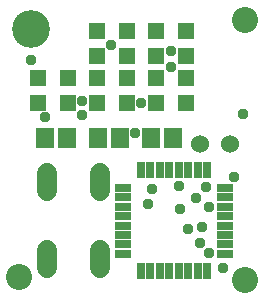
<source format=gbr>
G75*
%MOMM*%
%FSLAX34Y34*%
%LPD*%
%INSoldermask Top*%
%IPPOS*%
%AMOC8*
5,1,8,0,0,1.08239X$1,22.5*%
G01*
%ADD10C,2.203200*%
%ADD11R,1.503200X1.703200*%
%ADD12R,0.762000X1.473200*%
%ADD13R,1.473200X0.762000*%
%ADD14R,1.403200X1.403200*%
%ADD15C,1.524000*%
%ADD16C,1.727200*%
%ADD17C,3.203200*%
%ADD18C,0.959600*%


D10*
X20000Y30000D03*
X211000Y28000D03*
X211000Y248000D03*
D11*
X86500Y148000D03*
X105500Y148000D03*
D12*
X179000Y120926D03*
X171000Y120926D03*
X163000Y120926D03*
X155000Y120926D03*
X147000Y120926D03*
X139000Y120926D03*
X131000Y120926D03*
X123000Y120926D03*
D13*
X108074Y106000D03*
X108074Y98000D03*
X108074Y90000D03*
X108074Y82000D03*
X108074Y74000D03*
X108074Y66000D03*
X108074Y58000D03*
X108074Y50000D03*
D12*
X123000Y35074D03*
X131000Y35074D03*
X139000Y35074D03*
X147000Y35074D03*
X155000Y35074D03*
X163000Y35074D03*
X171000Y35074D03*
X179000Y35074D03*
D13*
X193926Y50000D03*
X193926Y58000D03*
X193926Y66000D03*
X193926Y74000D03*
X193926Y82000D03*
X193926Y90000D03*
X193926Y98000D03*
X193926Y106000D03*
D14*
X161000Y238500D03*
X161000Y217500D03*
X36000Y198500D03*
X36000Y177500D03*
X136000Y238500D03*
X136000Y217500D03*
X111000Y238500D03*
X111000Y217500D03*
X86000Y238500D03*
X86000Y217500D03*
X161000Y198500D03*
X161000Y177500D03*
X136000Y198500D03*
X136000Y177500D03*
X111000Y198500D03*
X111000Y177500D03*
X86000Y198500D03*
X86000Y177500D03*
X61000Y198500D03*
X61000Y177500D03*
D15*
X173300Y143000D03*
X198700Y143000D03*
D11*
X60500Y148000D03*
X41500Y148000D03*
X131500Y148000D03*
X150500Y148000D03*
D16*
X88606Y118132D02*
X88606Y102892D01*
X43394Y102892D02*
X43394Y118132D01*
X88606Y53108D02*
X88606Y37868D01*
X43394Y37868D02*
X43394Y53108D01*
D17*
X30000Y240000D03*
D18*
X163000Y71000D03*
X129000Y92000D03*
X30000Y214000D03*
X132064Y105252D03*
X154924Y107728D03*
X42148Y165640D03*
X118348Y151924D03*
X155640Y88108D03*
X73152Y179308D03*
X177784Y106252D03*
X73104Y167164D03*
X169640Y97252D03*
X122920Y177832D03*
X202168Y115348D03*
X180832Y89440D03*
X209788Y168688D03*
X173308Y58912D03*
X148828Y221456D03*
X180308Y50768D03*
X192100Y37959D03*
X98000Y227000D03*
X148352Y208312D03*
X174736Y72676D03*
M02*

</source>
